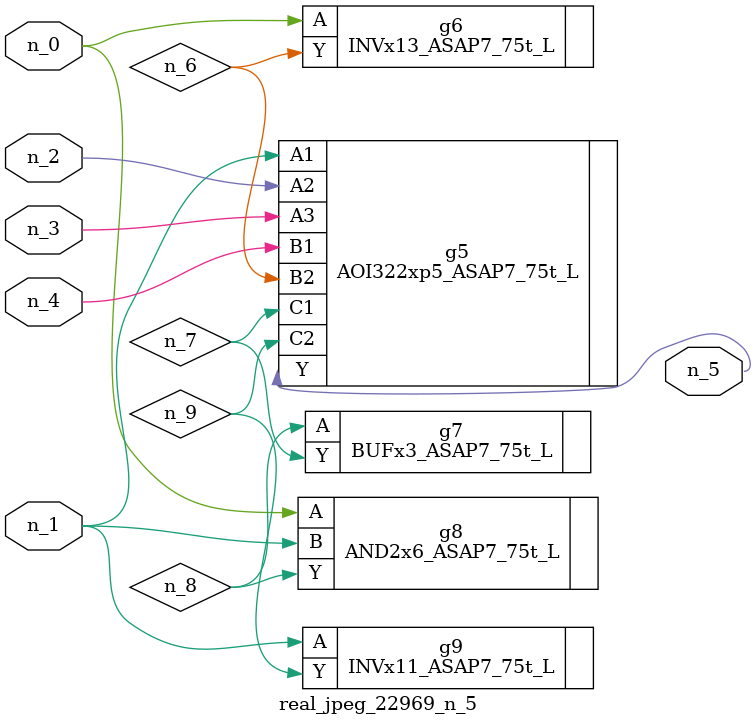
<source format=v>
module real_jpeg_22969_n_5 (n_4, n_0, n_1, n_2, n_3, n_5);

input n_4;
input n_0;
input n_1;
input n_2;
input n_3;

output n_5;

wire n_8;
wire n_6;
wire n_7;
wire n_9;

INVx13_ASAP7_75t_L g6 ( 
.A(n_0),
.Y(n_6)
);

AND2x6_ASAP7_75t_L g8 ( 
.A(n_0),
.B(n_1),
.Y(n_8)
);

AOI322xp5_ASAP7_75t_L g5 ( 
.A1(n_1),
.A2(n_2),
.A3(n_3),
.B1(n_4),
.B2(n_6),
.C1(n_7),
.C2(n_9),
.Y(n_5)
);

INVx11_ASAP7_75t_L g9 ( 
.A(n_1),
.Y(n_9)
);

BUFx3_ASAP7_75t_L g7 ( 
.A(n_8),
.Y(n_7)
);


endmodule
</source>
